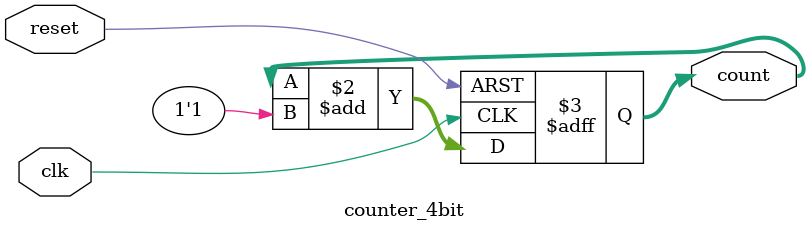
<source format=v>
module counter_4bit (
input clk,
input reset,
output reg [3:0] count
);
always @(posedge clk or posedge reset) begin
if (reset)
count <= 4'b0000;
else
count <= count + 1'b1;
end
endmodule
</source>
